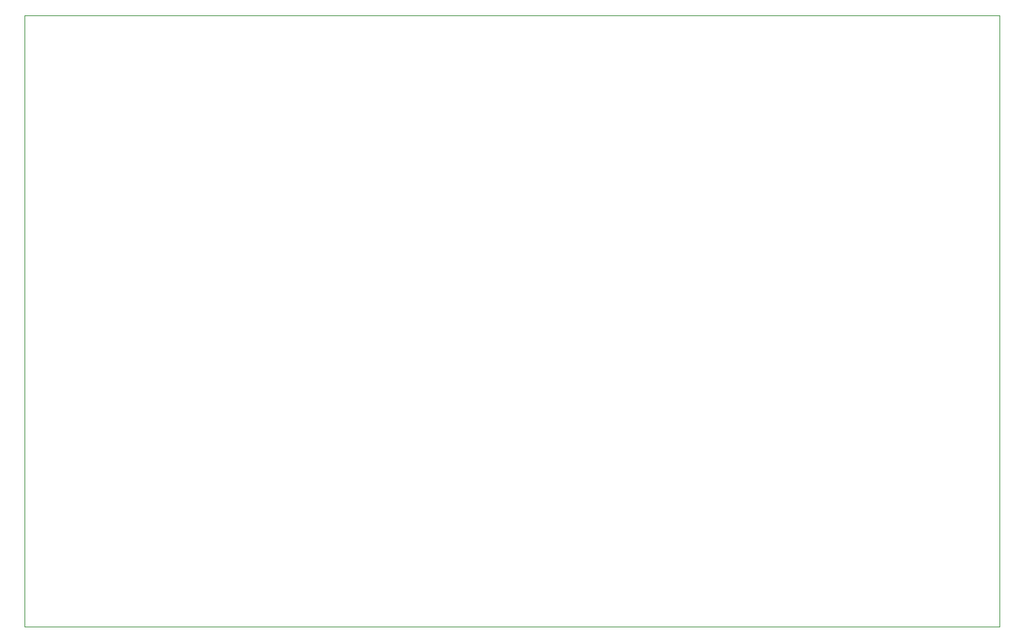
<source format=gm1>
%TF.GenerationSoftware,KiCad,Pcbnew,9.0.4*%
%TF.CreationDate,2025-09-16T13:45:21-04:00*%
%TF.ProjectId,cern-display-controller,6365726e-2d64-4697-9370-6c61792d636f,rev?*%
%TF.SameCoordinates,Original*%
%TF.FileFunction,Profile,NP*%
%FSLAX46Y46*%
G04 Gerber Fmt 4.6, Leading zero omitted, Abs format (unit mm)*
G04 Created by KiCad (PCBNEW 9.0.4) date 2025-09-16 13:45:21*
%MOMM*%
%LPD*%
G01*
G04 APERTURE LIST*
%TA.AperFunction,Profile*%
%ADD10C,0.050000*%
%TD*%
G04 APERTURE END LIST*
D10*
X95758000Y-57500000D02*
X213614000Y-57500000D01*
X95758000Y-131500000D02*
X95758000Y-57500000D01*
X213614000Y-131500000D02*
X95758000Y-131500000D01*
X213614000Y-57500000D02*
X213614000Y-131500000D01*
M02*

</source>
